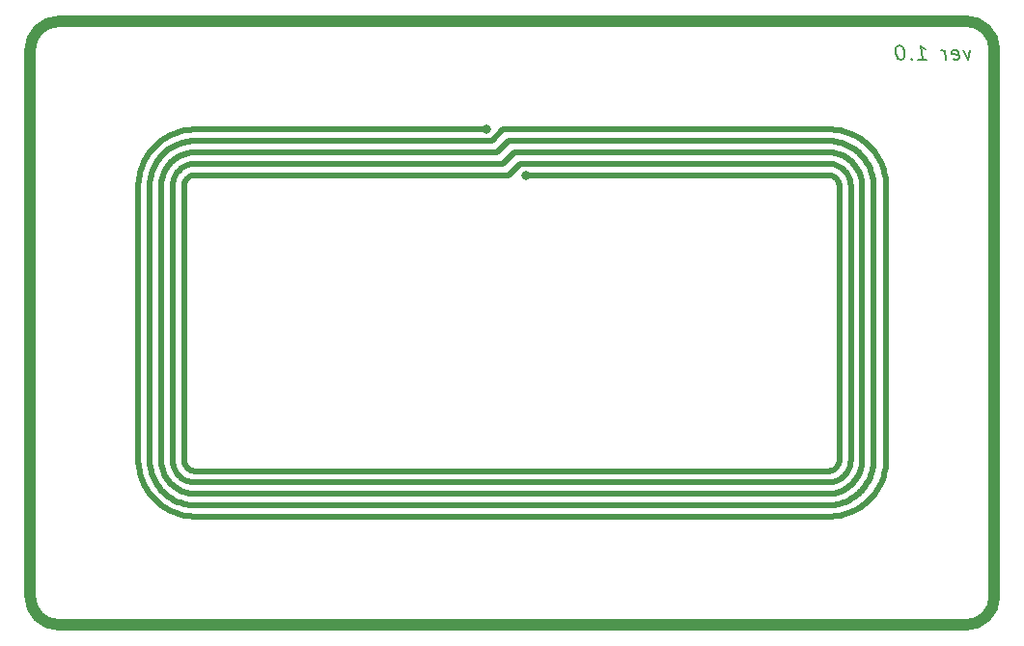
<source format=gbr>
%TF.GenerationSoftware,KiCad,Pcbnew,(5.1.10)-1*%
%TF.CreationDate,2023-01-04T12:47:17+09:00*%
%TF.ProjectId,circuit-business-card,63697263-7569-4742-9d62-7573696e6573,rev?*%
%TF.SameCoordinates,Original*%
%TF.FileFunction,Copper,L2,Bot*%
%TF.FilePolarity,Positive*%
%FSLAX46Y46*%
G04 Gerber Fmt 4.6, Leading zero omitted, Abs format (unit mm)*
G04 Created by KiCad (PCBNEW (5.1.10)-1) date 2023-01-04 12:47:17*
%MOMM*%
%LPD*%
G01*
G04 APERTURE LIST*
%TA.AperFunction,NonConductor*%
%ADD10C,0.200000*%
%TD*%
%TA.AperFunction,NonConductor*%
%ADD11C,1.000000*%
%TD*%
%TA.AperFunction,ViaPad*%
%ADD12C,0.800000*%
%TD*%
%TA.AperFunction,Conductor*%
%ADD13C,0.500000*%
%TD*%
G04 APERTURE END LIST*
D10*
X152983958Y-68021428D02*
X152782767Y-68888095D01*
X152364910Y-68021428D01*
X151475029Y-68826190D02*
X151606577Y-68888095D01*
X151854196Y-68888095D01*
X151970267Y-68826190D01*
X152016696Y-68702380D01*
X151954791Y-68207142D01*
X151877410Y-68083333D01*
X151745863Y-68021428D01*
X151498244Y-68021428D01*
X151382172Y-68083333D01*
X151335744Y-68207142D01*
X151351220Y-68330952D01*
X151985744Y-68454761D01*
X150863720Y-68888095D02*
X150755386Y-68021428D01*
X150786339Y-68269047D02*
X150708958Y-68145238D01*
X150639315Y-68083333D01*
X150507767Y-68021428D01*
X150383958Y-68021428D01*
X148387529Y-68888095D02*
X149130386Y-68888095D01*
X148758958Y-68888095D02*
X148596458Y-67588095D01*
X148743482Y-67773809D01*
X148882767Y-67897619D01*
X149014315Y-67959523D01*
X147814910Y-68764285D02*
X147760744Y-68826190D01*
X147830386Y-68888095D01*
X147884553Y-68826190D01*
X147814910Y-68764285D01*
X147830386Y-68888095D01*
X146801220Y-67588095D02*
X146677410Y-67588095D01*
X146561339Y-67650000D01*
X146507172Y-67711904D01*
X146460744Y-67835714D01*
X146429791Y-68083333D01*
X146468482Y-68392857D01*
X146561339Y-68640476D01*
X146638720Y-68764285D01*
X146708363Y-68826190D01*
X146839910Y-68888095D01*
X146963720Y-68888095D01*
X147079791Y-68826190D01*
X147133958Y-68764285D01*
X147180386Y-68640476D01*
X147211339Y-68392857D01*
X147172648Y-68083333D01*
X147079791Y-67835714D01*
X147002410Y-67711904D01*
X146932767Y-67650000D01*
X146801220Y-67588095D01*
D11*
X152600000Y-65480000D02*
G75*
G02*
X155100000Y-67980000I0J-2500000D01*
G01*
X155100000Y-68020000D02*
X155100000Y-116000000D01*
X155100000Y-116000000D02*
G75*
G02*
X152600000Y-118500000I-2500000J0D01*
G01*
X152600000Y-118500000D02*
X73000000Y-118500000D01*
X73000000Y-118500000D02*
G75*
G02*
X70500000Y-116000000I0J2500000D01*
G01*
X70500000Y-68000000D02*
X70500000Y-115980000D01*
X70500000Y-68000000D02*
G75*
G02*
X73000000Y-65500000I2500000J0D01*
G01*
X152600000Y-65500000D02*
X73000000Y-65500000D01*
D12*
%TO.N,Net-(LED1-PadK)*%
X114000000Y-79000000D03*
X110500000Y-75000000D03*
%TD*%
D13*
%TO.N,Net-(LED1-PadK)*%
X112500000Y-75000000D02*
X112000000Y-75000000D01*
X111000000Y-76000000D02*
X89500000Y-76000000D01*
X112000000Y-75000000D02*
X111000000Y-76000000D01*
X112500000Y-76000000D02*
X111500000Y-77000000D01*
X113000000Y-77000000D02*
X112000000Y-78000000D01*
X113500000Y-78000000D02*
X112500000Y-79000000D01*
X85000000Y-77000000D02*
X111500000Y-77000000D01*
X85000000Y-77000000D02*
X84852796Y-77003613D01*
X84852796Y-77003613D02*
X84705948Y-77014445D01*
X84705948Y-77014445D02*
X84559808Y-77032470D01*
X84559808Y-77032470D02*
X84414729Y-77057644D01*
X84414729Y-77057644D02*
X84271059Y-77089906D01*
X84271059Y-77089906D02*
X84129145Y-77129178D01*
X84129145Y-77129178D02*
X83989330Y-77175367D01*
X83989330Y-77175367D02*
X83851949Y-77228361D01*
X83851949Y-77228361D02*
X83717334Y-77288032D01*
X83717334Y-77288032D02*
X83585809Y-77354236D01*
X83585809Y-77354236D02*
X83457691Y-77426814D01*
X83457691Y-77426814D02*
X83333289Y-77505591D01*
X83333289Y-77505591D02*
X83212902Y-77590377D01*
X83212902Y-77590377D02*
X83096820Y-77680968D01*
X83096820Y-77680968D02*
X82985323Y-77777146D01*
X82985323Y-77777146D02*
X82878679Y-77878679D01*
X82878679Y-77878679D02*
X82777146Y-77985323D01*
X82777146Y-77985323D02*
X82680968Y-78096820D01*
X82680968Y-78096820D02*
X82590377Y-78212902D01*
X82590377Y-78212902D02*
X82505591Y-78333289D01*
X82505591Y-78333289D02*
X82426814Y-78457691D01*
X82426814Y-78457691D02*
X82354236Y-78585809D01*
X82354236Y-78585809D02*
X82288032Y-78717334D01*
X82288032Y-78717334D02*
X82228361Y-78851949D01*
X82228361Y-78851949D02*
X82175367Y-78989330D01*
X82175367Y-78989330D02*
X82129178Y-79129145D01*
X82129178Y-79129145D02*
X82089906Y-79271059D01*
X82089906Y-79271059D02*
X82057644Y-79414729D01*
X82057644Y-79414729D02*
X82032470Y-79559808D01*
X82032470Y-79559808D02*
X82014445Y-79705948D01*
X82014445Y-79705948D02*
X82003613Y-79852796D01*
X82003613Y-79852796D02*
X82000000Y-80000000D01*
X85000000Y-78000000D02*
X112000000Y-78000000D01*
X85000000Y-78000000D02*
X84901864Y-78002409D01*
X84901864Y-78002409D02*
X84803965Y-78009630D01*
X84803965Y-78009630D02*
X84706539Y-78021646D01*
X84706539Y-78021646D02*
X84609819Y-78038429D01*
X84609819Y-78038429D02*
X84514039Y-78059937D01*
X84514039Y-78059937D02*
X84419430Y-78086119D01*
X84419430Y-78086119D02*
X84326220Y-78116911D01*
X84326220Y-78116911D02*
X84234633Y-78152240D01*
X84234633Y-78152240D02*
X84144889Y-78192021D01*
X84144889Y-78192021D02*
X84057206Y-78236157D01*
X84057206Y-78236157D02*
X83971794Y-78284542D01*
X83971794Y-78284542D02*
X83888859Y-78337060D01*
X83888859Y-78337060D02*
X83808601Y-78393584D01*
X83808601Y-78393584D02*
X83731213Y-78453979D01*
X83731213Y-78453979D02*
X83656882Y-78518097D01*
X83656882Y-78518097D02*
X83585786Y-78585786D01*
X83585786Y-78585786D02*
X83518097Y-78656882D01*
X83518097Y-78656882D02*
X83453979Y-78731213D01*
X83453979Y-78731213D02*
X83393584Y-78808601D01*
X83393584Y-78808601D02*
X83337060Y-78888859D01*
X83337060Y-78888859D02*
X83284542Y-78971794D01*
X83284542Y-78971794D02*
X83236157Y-79057206D01*
X83236157Y-79057206D02*
X83192021Y-79144889D01*
X83192021Y-79144889D02*
X83152240Y-79234633D01*
X83152240Y-79234633D02*
X83116911Y-79326220D01*
X83116911Y-79326220D02*
X83086119Y-79419430D01*
X83086119Y-79419430D02*
X83059937Y-79514039D01*
X83059937Y-79514039D02*
X83038429Y-79609819D01*
X83038429Y-79609819D02*
X83021646Y-79706539D01*
X83021646Y-79706539D02*
X83009630Y-79803965D01*
X83009630Y-79803965D02*
X83002409Y-79901864D01*
X83002409Y-79901864D02*
X83000000Y-80000000D01*
X85000000Y-79000000D02*
X112500000Y-79000000D01*
X85000000Y-79000000D02*
X84950932Y-79001204D01*
X84950932Y-79001204D02*
X84901982Y-79004815D01*
X84901982Y-79004815D02*
X84853269Y-79010823D01*
X84853269Y-79010823D02*
X84804909Y-79019214D01*
X84804909Y-79019214D02*
X84757019Y-79029968D01*
X84757019Y-79029968D02*
X84709715Y-79043059D01*
X84709715Y-79043059D02*
X84663110Y-79058455D01*
X84663110Y-79058455D02*
X84617316Y-79076120D01*
X84617316Y-79076120D02*
X84572444Y-79096010D01*
X84572444Y-79096010D02*
X84528603Y-79118078D01*
X84528603Y-79118078D02*
X84485897Y-79142271D01*
X84485897Y-79142271D02*
X84444429Y-79168530D01*
X84444429Y-79168530D02*
X84404300Y-79196792D01*
X84404300Y-79196792D02*
X84365606Y-79226989D01*
X84365606Y-79226989D02*
X84328441Y-79259048D01*
X84328441Y-79259048D02*
X84292893Y-79292893D01*
X84292893Y-79292893D02*
X84259048Y-79328441D01*
X84259048Y-79328441D02*
X84226989Y-79365606D01*
X84226989Y-79365606D02*
X84196792Y-79404300D01*
X84196792Y-79404300D02*
X84168530Y-79444429D01*
X84168530Y-79444429D02*
X84142271Y-79485897D01*
X84142271Y-79485897D02*
X84118078Y-79528603D01*
X84118078Y-79528603D02*
X84096010Y-79572444D01*
X84096010Y-79572444D02*
X84076120Y-79617316D01*
X84076120Y-79617316D02*
X84058455Y-79663110D01*
X84058455Y-79663110D02*
X84043059Y-79709715D01*
X84043059Y-79709715D02*
X84029968Y-79757019D01*
X84029968Y-79757019D02*
X84019214Y-79804909D01*
X84019214Y-79804909D02*
X84010823Y-79853269D01*
X84010823Y-79853269D02*
X84004815Y-79901982D01*
X84004815Y-79901982D02*
X84001204Y-79950932D01*
X84001204Y-79950932D02*
X84000000Y-80000000D01*
X115000000Y-79000000D02*
X114000000Y-79000000D01*
X110500000Y-75000000D02*
X110500000Y-75000000D01*
X85000000Y-75000000D02*
X110500000Y-75000000D01*
X85000000Y-75000000D02*
X84754661Y-75006022D01*
X84754661Y-75006022D02*
X84509914Y-75024076D01*
X84509914Y-75024076D02*
X84266347Y-75054117D01*
X84266347Y-75054117D02*
X84024548Y-75096073D01*
X84024548Y-75096073D02*
X83785099Y-75149843D01*
X83785099Y-75149843D02*
X83548576Y-75215298D01*
X83548576Y-75215298D02*
X83315550Y-75292279D01*
X83315550Y-75292279D02*
X83086582Y-75380602D01*
X83086582Y-75380602D02*
X82862224Y-75480053D01*
X82862224Y-75480053D02*
X82643016Y-75590393D01*
X82643016Y-75590393D02*
X82429486Y-75711356D01*
X82429486Y-75711356D02*
X82222148Y-75842651D01*
X82222148Y-75842651D02*
X82021503Y-75983962D01*
X82021503Y-75983962D02*
X81828033Y-76134947D01*
X81828033Y-76134947D02*
X81642205Y-76295244D01*
X81642205Y-76295244D02*
X81464466Y-76464466D01*
X81464466Y-76464466D02*
X81295244Y-76642205D01*
X81295244Y-76642205D02*
X81134947Y-76828033D01*
X81134947Y-76828033D02*
X80983962Y-77021503D01*
X80983962Y-77021503D02*
X80842651Y-77222148D01*
X80842651Y-77222148D02*
X80711356Y-77429486D01*
X80711356Y-77429486D02*
X80590393Y-77643016D01*
X80590393Y-77643016D02*
X80480053Y-77862224D01*
X80480053Y-77862224D02*
X80380602Y-78086582D01*
X80380602Y-78086582D02*
X80292279Y-78315550D01*
X80292279Y-78315550D02*
X80215298Y-78548576D01*
X80215298Y-78548576D02*
X80149843Y-78785099D01*
X80149843Y-78785099D02*
X80096073Y-79024548D01*
X80096073Y-79024548D02*
X80054117Y-79266347D01*
X80054117Y-79266347D02*
X80024076Y-79509914D01*
X80024076Y-79509914D02*
X80006022Y-79754661D01*
X80006022Y-79754661D02*
X80000000Y-80000000D01*
X85000000Y-76000000D02*
X89500000Y-76000000D01*
X85000000Y-76000000D02*
X84803729Y-76004818D01*
X84803729Y-76004818D02*
X84607931Y-76019261D01*
X84607931Y-76019261D02*
X84413078Y-76043293D01*
X84413078Y-76043293D02*
X84219638Y-76076858D01*
X84219638Y-76076858D02*
X84028079Y-76119874D01*
X84028079Y-76119874D02*
X83838861Y-76172238D01*
X83838861Y-76172238D02*
X83652440Y-76233823D01*
X83652440Y-76233823D02*
X83469266Y-76304481D01*
X83469266Y-76304481D02*
X83289779Y-76384042D01*
X83289779Y-76384042D02*
X83114413Y-76472314D01*
X83114413Y-76472314D02*
X82943589Y-76569085D01*
X82943589Y-76569085D02*
X82777719Y-76674121D01*
X82777719Y-76674121D02*
X82617202Y-76787169D01*
X82617202Y-76787169D02*
X82462426Y-76907958D01*
X82462426Y-76907958D02*
X82313764Y-77036195D01*
X82313764Y-77036195D02*
X82171572Y-77171572D01*
X82171572Y-77171572D02*
X82036195Y-77313764D01*
X82036195Y-77313764D02*
X81907958Y-77462426D01*
X81907958Y-77462426D02*
X81787169Y-77617202D01*
X81787169Y-77617202D02*
X81674121Y-77777719D01*
X81674121Y-77777719D02*
X81569085Y-77943589D01*
X81569085Y-77943589D02*
X81472314Y-78114413D01*
X81472314Y-78114413D02*
X81384042Y-78289779D01*
X81384042Y-78289779D02*
X81304481Y-78469266D01*
X81304481Y-78469266D02*
X81233823Y-78652440D01*
X81233823Y-78652440D02*
X81172238Y-78838861D01*
X81172238Y-78838861D02*
X81119874Y-79028079D01*
X81119874Y-79028079D02*
X81076858Y-79219638D01*
X81076858Y-79219638D02*
X81043293Y-79413078D01*
X81043293Y-79413078D02*
X81019261Y-79607931D01*
X81019261Y-79607931D02*
X81004818Y-79803729D01*
X81004818Y-79803729D02*
X81000000Y-80000000D01*
X85000000Y-108000000D02*
X84803729Y-107995181D01*
X84803729Y-107995181D02*
X84607931Y-107980738D01*
X84607931Y-107980738D02*
X84413078Y-107956706D01*
X84413078Y-107956706D02*
X84219638Y-107923141D01*
X84219638Y-107923141D02*
X84028079Y-107880125D01*
X84028079Y-107880125D02*
X83838861Y-107827761D01*
X83838861Y-107827761D02*
X83652440Y-107766176D01*
X83652440Y-107766176D02*
X83469266Y-107695518D01*
X83469266Y-107695518D02*
X83289779Y-107615957D01*
X83289779Y-107615957D02*
X83114413Y-107527685D01*
X83114413Y-107527685D02*
X82943589Y-107430914D01*
X82943589Y-107430914D02*
X82777719Y-107325878D01*
X82777719Y-107325878D02*
X82617202Y-107212830D01*
X82617202Y-107212830D02*
X82462426Y-107092041D01*
X82462426Y-107092041D02*
X82313764Y-106963804D01*
X82313764Y-106963804D02*
X82171572Y-106828427D01*
X82171572Y-106828427D02*
X82036195Y-106686235D01*
X82036195Y-106686235D02*
X81907958Y-106537573D01*
X81907958Y-106537573D02*
X81787169Y-106382797D01*
X81787169Y-106382797D02*
X81674121Y-106222280D01*
X81674121Y-106222280D02*
X81569085Y-106056410D01*
X81569085Y-106056410D02*
X81472314Y-105885586D01*
X81472314Y-105885586D02*
X81384042Y-105710220D01*
X81384042Y-105710220D02*
X81304481Y-105530733D01*
X81304481Y-105530733D02*
X81233823Y-105347559D01*
X81233823Y-105347559D02*
X81172238Y-105161138D01*
X81172238Y-105161138D02*
X81119874Y-104971920D01*
X81119874Y-104971920D02*
X81076858Y-104780361D01*
X81076858Y-104780361D02*
X81043293Y-104586921D01*
X81043293Y-104586921D02*
X81019261Y-104392068D01*
X81019261Y-104392068D02*
X81004818Y-104196270D01*
X81004818Y-104196270D02*
X81000000Y-104000000D01*
X81000000Y-104000000D02*
X81000000Y-80000000D01*
X85000000Y-107000000D02*
X84852796Y-106996386D01*
X84852796Y-106996386D02*
X84705948Y-106985554D01*
X84705948Y-106985554D02*
X84559808Y-106967529D01*
X84559808Y-106967529D02*
X84414729Y-106942355D01*
X84414729Y-106942355D02*
X84271059Y-106910093D01*
X84271059Y-106910093D02*
X84129145Y-106870821D01*
X84129145Y-106870821D02*
X83989330Y-106824632D01*
X83989330Y-106824632D02*
X83851949Y-106771638D01*
X83851949Y-106771638D02*
X83717334Y-106711967D01*
X83717334Y-106711967D02*
X83585809Y-106645763D01*
X83585809Y-106645763D02*
X83457691Y-106573185D01*
X83457691Y-106573185D02*
X83333289Y-106494408D01*
X83333289Y-106494408D02*
X83212902Y-106409622D01*
X83212902Y-106409622D02*
X83096820Y-106319031D01*
X83096820Y-106319031D02*
X82985323Y-106222853D01*
X82985323Y-106222853D02*
X82878679Y-106121320D01*
X82878679Y-106121320D02*
X82777146Y-106014676D01*
X82777146Y-106014676D02*
X82680968Y-105903179D01*
X82680968Y-105903179D02*
X82590377Y-105787097D01*
X82590377Y-105787097D02*
X82505591Y-105666710D01*
X82505591Y-105666710D02*
X82426814Y-105542308D01*
X82426814Y-105542308D02*
X82354236Y-105414190D01*
X82354236Y-105414190D02*
X82288032Y-105282665D01*
X82288032Y-105282665D02*
X82228361Y-105148050D01*
X82228361Y-105148050D02*
X82175367Y-105010669D01*
X82175367Y-105010669D02*
X82129178Y-104870854D01*
X82129178Y-104870854D02*
X82089906Y-104728940D01*
X82089906Y-104728940D02*
X82057644Y-104585270D01*
X82057644Y-104585270D02*
X82032470Y-104440191D01*
X82032470Y-104440191D02*
X82014445Y-104294051D01*
X82014445Y-104294051D02*
X82003613Y-104147203D01*
X82003613Y-104147203D02*
X82000000Y-104000000D01*
X82000000Y-104000000D02*
X82000000Y-80000000D01*
X83000000Y-104000000D02*
X83000000Y-80000000D01*
X83000000Y-104000000D02*
X83002409Y-104098135D01*
X83002409Y-104098135D02*
X83009630Y-104196034D01*
X83009630Y-104196034D02*
X83021646Y-104293460D01*
X83021646Y-104293460D02*
X83038429Y-104390180D01*
X83038429Y-104390180D02*
X83059937Y-104485960D01*
X83059937Y-104485960D02*
X83086119Y-104580569D01*
X83086119Y-104580569D02*
X83116911Y-104673779D01*
X83116911Y-104673779D02*
X83152240Y-104765366D01*
X83152240Y-104765366D02*
X83192021Y-104855110D01*
X83192021Y-104855110D02*
X83236157Y-104942793D01*
X83236157Y-104942793D02*
X83284542Y-105028205D01*
X83284542Y-105028205D02*
X83337060Y-105111140D01*
X83337060Y-105111140D02*
X83393584Y-105191398D01*
X83393584Y-105191398D02*
X83453979Y-105268786D01*
X83453979Y-105268786D02*
X83518097Y-105343117D01*
X83518097Y-105343117D02*
X83585786Y-105414213D01*
X83585786Y-105414213D02*
X83656882Y-105481902D01*
X83656882Y-105481902D02*
X83731213Y-105546020D01*
X83731213Y-105546020D02*
X83808601Y-105606415D01*
X83808601Y-105606415D02*
X83888859Y-105662939D01*
X83888859Y-105662939D02*
X83971794Y-105715457D01*
X83971794Y-105715457D02*
X84057206Y-105763842D01*
X84057206Y-105763842D02*
X84144889Y-105807978D01*
X84144889Y-105807978D02*
X84234633Y-105847759D01*
X84234633Y-105847759D02*
X84326220Y-105883088D01*
X84326220Y-105883088D02*
X84419430Y-105913880D01*
X84419430Y-105913880D02*
X84514039Y-105940062D01*
X84514039Y-105940062D02*
X84609819Y-105961570D01*
X84609819Y-105961570D02*
X84706539Y-105978353D01*
X84706539Y-105978353D02*
X84803965Y-105990369D01*
X84803965Y-105990369D02*
X84901864Y-105997590D01*
X84901864Y-105997590D02*
X85000000Y-106000000D01*
X84000000Y-104000000D02*
X84000000Y-80000000D01*
X84000000Y-104000000D02*
X84001204Y-104049067D01*
X84001204Y-104049067D02*
X84004815Y-104098017D01*
X84004815Y-104098017D02*
X84010823Y-104146730D01*
X84010823Y-104146730D02*
X84019214Y-104195090D01*
X84019214Y-104195090D02*
X84029968Y-104242980D01*
X84029968Y-104242980D02*
X84043059Y-104290284D01*
X84043059Y-104290284D02*
X84058455Y-104336889D01*
X84058455Y-104336889D02*
X84076120Y-104382683D01*
X84076120Y-104382683D02*
X84096010Y-104427555D01*
X84096010Y-104427555D02*
X84118078Y-104471396D01*
X84118078Y-104471396D02*
X84142271Y-104514102D01*
X84142271Y-104514102D02*
X84168530Y-104555570D01*
X84168530Y-104555570D02*
X84196792Y-104595699D01*
X84196792Y-104595699D02*
X84226989Y-104634393D01*
X84226989Y-104634393D02*
X84259048Y-104671558D01*
X84259048Y-104671558D02*
X84292893Y-104707106D01*
X84292893Y-104707106D02*
X84328441Y-104740951D01*
X84328441Y-104740951D02*
X84365606Y-104773010D01*
X84365606Y-104773010D02*
X84404300Y-104803207D01*
X84404300Y-104803207D02*
X84444429Y-104831469D01*
X84444429Y-104831469D02*
X84485897Y-104857728D01*
X84485897Y-104857728D02*
X84528603Y-104881921D01*
X84528603Y-104881921D02*
X84572444Y-104903989D01*
X84572444Y-104903989D02*
X84617316Y-104923879D01*
X84617316Y-104923879D02*
X84663110Y-104941544D01*
X84663110Y-104941544D02*
X84709715Y-104956940D01*
X84709715Y-104956940D02*
X84757019Y-104970031D01*
X84757019Y-104970031D02*
X84804909Y-104980785D01*
X84804909Y-104980785D02*
X84853269Y-104989176D01*
X84853269Y-104989176D02*
X84901982Y-104995184D01*
X84901982Y-104995184D02*
X84950932Y-104998795D01*
X84950932Y-104998795D02*
X85000000Y-105000000D01*
X85000000Y-108980000D02*
X84754661Y-108973977D01*
X84754661Y-108973977D02*
X84509914Y-108955923D01*
X84509914Y-108955923D02*
X84266347Y-108925882D01*
X84266347Y-108925882D02*
X84024548Y-108883926D01*
X84024548Y-108883926D02*
X83785099Y-108830156D01*
X83785099Y-108830156D02*
X83548576Y-108764701D01*
X83548576Y-108764701D02*
X83315550Y-108687720D01*
X83315550Y-108687720D02*
X83086582Y-108599397D01*
X83086582Y-108599397D02*
X82862224Y-108499946D01*
X82862224Y-108499946D02*
X82643016Y-108389606D01*
X82643016Y-108389606D02*
X82429486Y-108268643D01*
X82429486Y-108268643D02*
X82222148Y-108137348D01*
X82222148Y-108137348D02*
X82021503Y-107996037D01*
X82021503Y-107996037D02*
X81828033Y-107845052D01*
X81828033Y-107845052D02*
X81642205Y-107684755D01*
X81642205Y-107684755D02*
X81464466Y-107515533D01*
X81464466Y-107515533D02*
X81295244Y-107337794D01*
X81295244Y-107337794D02*
X81134947Y-107151966D01*
X81134947Y-107151966D02*
X80983962Y-106958496D01*
X80983962Y-106958496D02*
X80842651Y-106757851D01*
X80842651Y-106757851D02*
X80711356Y-106550513D01*
X80711356Y-106550513D02*
X80590393Y-106336983D01*
X80590393Y-106336983D02*
X80480053Y-106117775D01*
X80480053Y-106117775D02*
X80380602Y-105893417D01*
X80380602Y-105893417D02*
X80292279Y-105664449D01*
X80292279Y-105664449D02*
X80215298Y-105431423D01*
X80215298Y-105431423D02*
X80149843Y-105194900D01*
X80149843Y-105194900D02*
X80096073Y-104955451D01*
X80096073Y-104955451D02*
X80054117Y-104713652D01*
X80054117Y-104713652D02*
X80024076Y-104470085D01*
X80024076Y-104470085D02*
X80006022Y-104225338D01*
X80006022Y-104225338D02*
X80000000Y-103980000D01*
X80000000Y-103980000D02*
X80000000Y-80000000D01*
X145600000Y-103980000D02*
X145593977Y-104225338D01*
X145593977Y-104225338D02*
X145575923Y-104470085D01*
X145575923Y-104470085D02*
X145545882Y-104713652D01*
X145545882Y-104713652D02*
X145503926Y-104955451D01*
X145503926Y-104955451D02*
X145450156Y-105194900D01*
X145450156Y-105194900D02*
X145384701Y-105431423D01*
X145384701Y-105431423D02*
X145307720Y-105664449D01*
X145307720Y-105664449D02*
X145219397Y-105893417D01*
X145219397Y-105893417D02*
X145119946Y-106117775D01*
X145119946Y-106117775D02*
X145009606Y-106336983D01*
X145009606Y-106336983D02*
X144888643Y-106550513D01*
X144888643Y-106550513D02*
X144757348Y-106757851D01*
X144757348Y-106757851D02*
X144616037Y-106958496D01*
X144616037Y-106958496D02*
X144465052Y-107151966D01*
X144465052Y-107151966D02*
X144304755Y-107337794D01*
X144304755Y-107337794D02*
X144135533Y-107515533D01*
X144135533Y-107515533D02*
X143957794Y-107684755D01*
X143957794Y-107684755D02*
X143771966Y-107845052D01*
X143771966Y-107845052D02*
X143578496Y-107996037D01*
X143578496Y-107996037D02*
X143377851Y-108137348D01*
X143377851Y-108137348D02*
X143170513Y-108268643D01*
X143170513Y-108268643D02*
X142956983Y-108389606D01*
X142956983Y-108389606D02*
X142737775Y-108499946D01*
X142737775Y-108499946D02*
X142513417Y-108599397D01*
X142513417Y-108599397D02*
X142284449Y-108687720D01*
X142284449Y-108687720D02*
X142051423Y-108764701D01*
X142051423Y-108764701D02*
X141814900Y-108830156D01*
X141814900Y-108830156D02*
X141575451Y-108883926D01*
X141575451Y-108883926D02*
X141333652Y-108925882D01*
X141333652Y-108925882D02*
X141090085Y-108955923D01*
X141090085Y-108955923D02*
X140845338Y-108973977D01*
X140845338Y-108973977D02*
X140600000Y-108980000D01*
X140600000Y-108980000D02*
X85000000Y-108980000D01*
X144500000Y-104000000D02*
X144495181Y-104196270D01*
X144495181Y-104196270D02*
X144480738Y-104392068D01*
X144480738Y-104392068D02*
X144456706Y-104586921D01*
X144456706Y-104586921D02*
X144423141Y-104780361D01*
X144423141Y-104780361D02*
X144380125Y-104971920D01*
X144380125Y-104971920D02*
X144327761Y-105161138D01*
X144327761Y-105161138D02*
X144266176Y-105347559D01*
X144266176Y-105347559D02*
X144195518Y-105530733D01*
X144195518Y-105530733D02*
X144115957Y-105710220D01*
X144115957Y-105710220D02*
X144027685Y-105885586D01*
X144027685Y-105885586D02*
X143930914Y-106056410D01*
X143930914Y-106056410D02*
X143825878Y-106222280D01*
X143825878Y-106222280D02*
X143712830Y-106382797D01*
X143712830Y-106382797D02*
X143592041Y-106537573D01*
X143592041Y-106537573D02*
X143463804Y-106686235D01*
X143463804Y-106686235D02*
X143328427Y-106828427D01*
X143328427Y-106828427D02*
X143186235Y-106963804D01*
X143186235Y-106963804D02*
X143037573Y-107092041D01*
X143037573Y-107092041D02*
X142882797Y-107212830D01*
X142882797Y-107212830D02*
X142722280Y-107325878D01*
X142722280Y-107325878D02*
X142556410Y-107430914D01*
X142556410Y-107430914D02*
X142385586Y-107527685D01*
X142385586Y-107527685D02*
X142210220Y-107615957D01*
X142210220Y-107615957D02*
X142030733Y-107695518D01*
X142030733Y-107695518D02*
X141847559Y-107766176D01*
X141847559Y-107766176D02*
X141661138Y-107827761D01*
X141661138Y-107827761D02*
X141471920Y-107880125D01*
X141471920Y-107880125D02*
X141280361Y-107923141D01*
X141280361Y-107923141D02*
X141086921Y-107956706D01*
X141086921Y-107956706D02*
X140892068Y-107980738D01*
X140892068Y-107980738D02*
X140696270Y-107995181D01*
X140696270Y-107995181D02*
X140500000Y-108000000D01*
X140500000Y-108000000D02*
X85000000Y-108000000D01*
X143500000Y-104000000D02*
X143496386Y-104147203D01*
X143496386Y-104147203D02*
X143485554Y-104294051D01*
X143485554Y-104294051D02*
X143467529Y-104440191D01*
X143467529Y-104440191D02*
X143442355Y-104585270D01*
X143442355Y-104585270D02*
X143410093Y-104728940D01*
X143410093Y-104728940D02*
X143370821Y-104870854D01*
X143370821Y-104870854D02*
X143324632Y-105010669D01*
X143324632Y-105010669D02*
X143271638Y-105148050D01*
X143271638Y-105148050D02*
X143211967Y-105282665D01*
X143211967Y-105282665D02*
X143145763Y-105414190D01*
X143145763Y-105414190D02*
X143073185Y-105542308D01*
X143073185Y-105542308D02*
X142994408Y-105666710D01*
X142994408Y-105666710D02*
X142909622Y-105787097D01*
X142909622Y-105787097D02*
X142819031Y-105903179D01*
X142819031Y-105903179D02*
X142722853Y-106014676D01*
X142722853Y-106014676D02*
X142621320Y-106121320D01*
X142621320Y-106121320D02*
X142514676Y-106222853D01*
X142514676Y-106222853D02*
X142403179Y-106319031D01*
X142403179Y-106319031D02*
X142287097Y-106409622D01*
X142287097Y-106409622D02*
X142166710Y-106494408D01*
X142166710Y-106494408D02*
X142042308Y-106573185D01*
X142042308Y-106573185D02*
X141914190Y-106645763D01*
X141914190Y-106645763D02*
X141782665Y-106711967D01*
X141782665Y-106711967D02*
X141648050Y-106771638D01*
X141648050Y-106771638D02*
X141510669Y-106824632D01*
X141510669Y-106824632D02*
X141370854Y-106870821D01*
X141370854Y-106870821D02*
X141228940Y-106910093D01*
X141228940Y-106910093D02*
X141085270Y-106942355D01*
X141085270Y-106942355D02*
X140940191Y-106967529D01*
X140940191Y-106967529D02*
X140794051Y-106985554D01*
X140794051Y-106985554D02*
X140647203Y-106996386D01*
X140647203Y-106996386D02*
X140500000Y-107000000D01*
X140500000Y-107000000D02*
X85000000Y-107000000D01*
X142500000Y-104000000D02*
X142497590Y-104098135D01*
X142497590Y-104098135D02*
X142490369Y-104196034D01*
X142490369Y-104196034D02*
X142478353Y-104293460D01*
X142478353Y-104293460D02*
X142461570Y-104390180D01*
X142461570Y-104390180D02*
X142440062Y-104485960D01*
X142440062Y-104485960D02*
X142413880Y-104580569D01*
X142413880Y-104580569D02*
X142383088Y-104673779D01*
X142383088Y-104673779D02*
X142347759Y-104765366D01*
X142347759Y-104765366D02*
X142307978Y-104855110D01*
X142307978Y-104855110D02*
X142263842Y-104942793D01*
X142263842Y-104942793D02*
X142215457Y-105028205D01*
X142215457Y-105028205D02*
X142162939Y-105111140D01*
X142162939Y-105111140D02*
X142106415Y-105191398D01*
X142106415Y-105191398D02*
X142046020Y-105268786D01*
X142046020Y-105268786D02*
X141981902Y-105343117D01*
X141981902Y-105343117D02*
X141914213Y-105414213D01*
X141914213Y-105414213D02*
X141843117Y-105481902D01*
X141843117Y-105481902D02*
X141768786Y-105546020D01*
X141768786Y-105546020D02*
X141691398Y-105606415D01*
X141691398Y-105606415D02*
X141611140Y-105662939D01*
X141611140Y-105662939D02*
X141528205Y-105715457D01*
X141528205Y-105715457D02*
X141442793Y-105763842D01*
X141442793Y-105763842D02*
X141355110Y-105807978D01*
X141355110Y-105807978D02*
X141265366Y-105847759D01*
X141265366Y-105847759D02*
X141173779Y-105883088D01*
X141173779Y-105883088D02*
X141080569Y-105913880D01*
X141080569Y-105913880D02*
X140985960Y-105940062D01*
X140985960Y-105940062D02*
X140890180Y-105961570D01*
X140890180Y-105961570D02*
X140793460Y-105978353D01*
X140793460Y-105978353D02*
X140696034Y-105990369D01*
X140696034Y-105990369D02*
X140598135Y-105997590D01*
X140598135Y-105997590D02*
X140500000Y-106000000D01*
X140500000Y-106000000D02*
X85000000Y-106000000D01*
X141500000Y-104000000D02*
X141498795Y-104049067D01*
X141498795Y-104049067D02*
X141495184Y-104098017D01*
X141495184Y-104098017D02*
X141489176Y-104146730D01*
X141489176Y-104146730D02*
X141480785Y-104195090D01*
X141480785Y-104195090D02*
X141470031Y-104242980D01*
X141470031Y-104242980D02*
X141456940Y-104290284D01*
X141456940Y-104290284D02*
X141441544Y-104336889D01*
X141441544Y-104336889D02*
X141423879Y-104382683D01*
X141423879Y-104382683D02*
X141403989Y-104427555D01*
X141403989Y-104427555D02*
X141381921Y-104471396D01*
X141381921Y-104471396D02*
X141357728Y-104514102D01*
X141357728Y-104514102D02*
X141331469Y-104555570D01*
X141331469Y-104555570D02*
X141303207Y-104595699D01*
X141303207Y-104595699D02*
X141273010Y-104634393D01*
X141273010Y-104634393D02*
X141240951Y-104671558D01*
X141240951Y-104671558D02*
X141207106Y-104707106D01*
X141207106Y-104707106D02*
X141171558Y-104740951D01*
X141171558Y-104740951D02*
X141134393Y-104773010D01*
X141134393Y-104773010D02*
X141095699Y-104803207D01*
X141095699Y-104803207D02*
X141055570Y-104831469D01*
X141055570Y-104831469D02*
X141014102Y-104857728D01*
X141014102Y-104857728D02*
X140971396Y-104881921D01*
X140971396Y-104881921D02*
X140927555Y-104903989D01*
X140927555Y-104903989D02*
X140882683Y-104923879D01*
X140882683Y-104923879D02*
X140836889Y-104941544D01*
X140836889Y-104941544D02*
X140790284Y-104956940D01*
X140790284Y-104956940D02*
X140742980Y-104970031D01*
X140742980Y-104970031D02*
X140695090Y-104980785D01*
X140695090Y-104980785D02*
X140646730Y-104989176D01*
X140646730Y-104989176D02*
X140598017Y-104995184D01*
X140598017Y-104995184D02*
X140549067Y-104998795D01*
X140549067Y-104998795D02*
X140500000Y-105000000D01*
X140500000Y-105000000D02*
X85000000Y-105000000D01*
X140500000Y-79000000D02*
X115000000Y-79000000D01*
X140500000Y-79000000D02*
X140549067Y-79001204D01*
X140549067Y-79001204D02*
X140598017Y-79004815D01*
X140598017Y-79004815D02*
X140646730Y-79010823D01*
X140646730Y-79010823D02*
X140695090Y-79019214D01*
X140695090Y-79019214D02*
X140742980Y-79029968D01*
X140742980Y-79029968D02*
X140790284Y-79043059D01*
X140790284Y-79043059D02*
X140836889Y-79058455D01*
X140836889Y-79058455D02*
X140882683Y-79076120D01*
X140882683Y-79076120D02*
X140927555Y-79096010D01*
X140927555Y-79096010D02*
X140971396Y-79118078D01*
X140971396Y-79118078D02*
X141014102Y-79142271D01*
X141014102Y-79142271D02*
X141055570Y-79168530D01*
X141055570Y-79168530D02*
X141095699Y-79196792D01*
X141095699Y-79196792D02*
X141134393Y-79226989D01*
X141134393Y-79226989D02*
X141171558Y-79259048D01*
X141171558Y-79259048D02*
X141207106Y-79292893D01*
X141207106Y-79292893D02*
X141240951Y-79328441D01*
X141240951Y-79328441D02*
X141273010Y-79365606D01*
X141273010Y-79365606D02*
X141303207Y-79404300D01*
X141303207Y-79404300D02*
X141331469Y-79444429D01*
X141331469Y-79444429D02*
X141357728Y-79485897D01*
X141357728Y-79485897D02*
X141381921Y-79528603D01*
X141381921Y-79528603D02*
X141403989Y-79572444D01*
X141403989Y-79572444D02*
X141423879Y-79617316D01*
X141423879Y-79617316D02*
X141441544Y-79663110D01*
X141441544Y-79663110D02*
X141456940Y-79709715D01*
X141456940Y-79709715D02*
X141470031Y-79757019D01*
X141470031Y-79757019D02*
X141480785Y-79804909D01*
X141480785Y-79804909D02*
X141489176Y-79853269D01*
X141489176Y-79853269D02*
X141495184Y-79901982D01*
X141495184Y-79901982D02*
X141498795Y-79950932D01*
X141498795Y-79950932D02*
X141500000Y-80000000D01*
X141500000Y-80000000D02*
X141500000Y-104000000D01*
X140500000Y-78000000D02*
X113500000Y-78000000D01*
X140500000Y-78000000D02*
X140598135Y-78002409D01*
X140598135Y-78002409D02*
X140696034Y-78009630D01*
X140696034Y-78009630D02*
X140793460Y-78021646D01*
X140793460Y-78021646D02*
X140890180Y-78038429D01*
X140890180Y-78038429D02*
X140985960Y-78059937D01*
X140985960Y-78059937D02*
X141080569Y-78086119D01*
X141080569Y-78086119D02*
X141173779Y-78116911D01*
X141173779Y-78116911D02*
X141265366Y-78152240D01*
X141265366Y-78152240D02*
X141355110Y-78192021D01*
X141355110Y-78192021D02*
X141442793Y-78236157D01*
X141442793Y-78236157D02*
X141528205Y-78284542D01*
X141528205Y-78284542D02*
X141611140Y-78337060D01*
X141611140Y-78337060D02*
X141691398Y-78393584D01*
X141691398Y-78393584D02*
X141768786Y-78453979D01*
X141768786Y-78453979D02*
X141843117Y-78518097D01*
X141843117Y-78518097D02*
X141914213Y-78585786D01*
X141914213Y-78585786D02*
X141981902Y-78656882D01*
X141981902Y-78656882D02*
X142046020Y-78731213D01*
X142046020Y-78731213D02*
X142106415Y-78808601D01*
X142106415Y-78808601D02*
X142162939Y-78888859D01*
X142162939Y-78888859D02*
X142215457Y-78971794D01*
X142215457Y-78971794D02*
X142263842Y-79057206D01*
X142263842Y-79057206D02*
X142307978Y-79144889D01*
X142307978Y-79144889D02*
X142347759Y-79234633D01*
X142347759Y-79234633D02*
X142383088Y-79326220D01*
X142383088Y-79326220D02*
X142413880Y-79419430D01*
X142413880Y-79419430D02*
X142440062Y-79514039D01*
X142440062Y-79514039D02*
X142461570Y-79609819D01*
X142461570Y-79609819D02*
X142478353Y-79706539D01*
X142478353Y-79706539D02*
X142490369Y-79803965D01*
X142490369Y-79803965D02*
X142497590Y-79901864D01*
X142497590Y-79901864D02*
X142500000Y-80000000D01*
X142500000Y-80000000D02*
X142500000Y-104000000D01*
X140500000Y-77000000D02*
X113000000Y-77000000D01*
X140500000Y-77000000D02*
X140647203Y-77003613D01*
X140647203Y-77003613D02*
X140794051Y-77014445D01*
X140794051Y-77014445D02*
X140940191Y-77032470D01*
X140940191Y-77032470D02*
X141085270Y-77057644D01*
X141085270Y-77057644D02*
X141228940Y-77089906D01*
X141228940Y-77089906D02*
X141370854Y-77129178D01*
X141370854Y-77129178D02*
X141510669Y-77175367D01*
X141510669Y-77175367D02*
X141648050Y-77228361D01*
X141648050Y-77228361D02*
X141782665Y-77288032D01*
X141782665Y-77288032D02*
X141914190Y-77354236D01*
X141914190Y-77354236D02*
X142042308Y-77426814D01*
X142042308Y-77426814D02*
X142166710Y-77505591D01*
X142166710Y-77505591D02*
X142287097Y-77590377D01*
X142287097Y-77590377D02*
X142403179Y-77680968D01*
X142403179Y-77680968D02*
X142514676Y-77777146D01*
X142514676Y-77777146D02*
X142621320Y-77878679D01*
X142621320Y-77878679D02*
X142722853Y-77985323D01*
X142722853Y-77985323D02*
X142819031Y-78096820D01*
X142819031Y-78096820D02*
X142909622Y-78212902D01*
X142909622Y-78212902D02*
X142994408Y-78333289D01*
X142994408Y-78333289D02*
X143073185Y-78457691D01*
X143073185Y-78457691D02*
X143145763Y-78585809D01*
X143145763Y-78585809D02*
X143211967Y-78717334D01*
X143211967Y-78717334D02*
X143271638Y-78851949D01*
X143271638Y-78851949D02*
X143324632Y-78989330D01*
X143324632Y-78989330D02*
X143370821Y-79129145D01*
X143370821Y-79129145D02*
X143410093Y-79271059D01*
X143410093Y-79271059D02*
X143442355Y-79414729D01*
X143442355Y-79414729D02*
X143467529Y-79559808D01*
X143467529Y-79559808D02*
X143485554Y-79705948D01*
X143485554Y-79705948D02*
X143496386Y-79852796D01*
X143496386Y-79852796D02*
X143500000Y-80000000D01*
X143500000Y-80000000D02*
X143500000Y-104000000D01*
X140500000Y-76000000D02*
X112500000Y-76000000D01*
X140500000Y-76000000D02*
X140696270Y-76004818D01*
X140696270Y-76004818D02*
X140892068Y-76019261D01*
X140892068Y-76019261D02*
X141086921Y-76043293D01*
X141086921Y-76043293D02*
X141280361Y-76076858D01*
X141280361Y-76076858D02*
X141471920Y-76119874D01*
X141471920Y-76119874D02*
X141661138Y-76172238D01*
X141661138Y-76172238D02*
X141847559Y-76233823D01*
X141847559Y-76233823D02*
X142030733Y-76304481D01*
X142030733Y-76304481D02*
X142210220Y-76384042D01*
X142210220Y-76384042D02*
X142385586Y-76472314D01*
X142385586Y-76472314D02*
X142556410Y-76569085D01*
X142556410Y-76569085D02*
X142722280Y-76674121D01*
X142722280Y-76674121D02*
X142882797Y-76787169D01*
X142882797Y-76787169D02*
X143037573Y-76907958D01*
X143037573Y-76907958D02*
X143186235Y-77036195D01*
X143186235Y-77036195D02*
X143328427Y-77171572D01*
X143328427Y-77171572D02*
X143463804Y-77313764D01*
X143463804Y-77313764D02*
X143592041Y-77462426D01*
X143592041Y-77462426D02*
X143712830Y-77617202D01*
X143712830Y-77617202D02*
X143825878Y-77777719D01*
X143825878Y-77777719D02*
X143930914Y-77943589D01*
X143930914Y-77943589D02*
X144027685Y-78114413D01*
X144027685Y-78114413D02*
X144115957Y-78289779D01*
X144115957Y-78289779D02*
X144195518Y-78469266D01*
X144195518Y-78469266D02*
X144266176Y-78652440D01*
X144266176Y-78652440D02*
X144327761Y-78838861D01*
X144327761Y-78838861D02*
X144380125Y-79028079D01*
X144380125Y-79028079D02*
X144423141Y-79219638D01*
X144423141Y-79219638D02*
X144456706Y-79413078D01*
X144456706Y-79413078D02*
X144480738Y-79607931D01*
X144480738Y-79607931D02*
X144495181Y-79803729D01*
X144495181Y-79803729D02*
X144500000Y-80000000D01*
X144500000Y-80000000D02*
X144500000Y-104000000D01*
X140600000Y-75000000D02*
X112500000Y-75000000D01*
X140600000Y-75000000D02*
X140845338Y-75006022D01*
X140845338Y-75006022D02*
X141090085Y-75024076D01*
X141090085Y-75024076D02*
X141333652Y-75054117D01*
X141333652Y-75054117D02*
X141575451Y-75096073D01*
X141575451Y-75096073D02*
X141814900Y-75149843D01*
X141814900Y-75149843D02*
X142051423Y-75215298D01*
X142051423Y-75215298D02*
X142284449Y-75292279D01*
X142284449Y-75292279D02*
X142513417Y-75380602D01*
X142513417Y-75380602D02*
X142737775Y-75480053D01*
X142737775Y-75480053D02*
X142956983Y-75590393D01*
X142956983Y-75590393D02*
X143170513Y-75711356D01*
X143170513Y-75711356D02*
X143377851Y-75842651D01*
X143377851Y-75842651D02*
X143578496Y-75983962D01*
X143578496Y-75983962D02*
X143771966Y-76134947D01*
X143771966Y-76134947D02*
X143957794Y-76295244D01*
X143957794Y-76295244D02*
X144135533Y-76464466D01*
X144135533Y-76464466D02*
X144304755Y-76642205D01*
X144304755Y-76642205D02*
X144465052Y-76828033D01*
X144465052Y-76828033D02*
X144616037Y-77021503D01*
X144616037Y-77021503D02*
X144757348Y-77222148D01*
X144757348Y-77222148D02*
X144888643Y-77429486D01*
X144888643Y-77429486D02*
X145009606Y-77643016D01*
X145009606Y-77643016D02*
X145119946Y-77862224D01*
X145119946Y-77862224D02*
X145219397Y-78086582D01*
X145219397Y-78086582D02*
X145307720Y-78315550D01*
X145307720Y-78315550D02*
X145384701Y-78548576D01*
X145384701Y-78548576D02*
X145450156Y-78785099D01*
X145450156Y-78785099D02*
X145503926Y-79024548D01*
X145503926Y-79024548D02*
X145545882Y-79266347D01*
X145545882Y-79266347D02*
X145575923Y-79509914D01*
X145575923Y-79509914D02*
X145593977Y-79754661D01*
X145593977Y-79754661D02*
X145600000Y-80000000D01*
X145600000Y-80000000D02*
X145600000Y-103980000D01*
%TD*%
M02*

</source>
